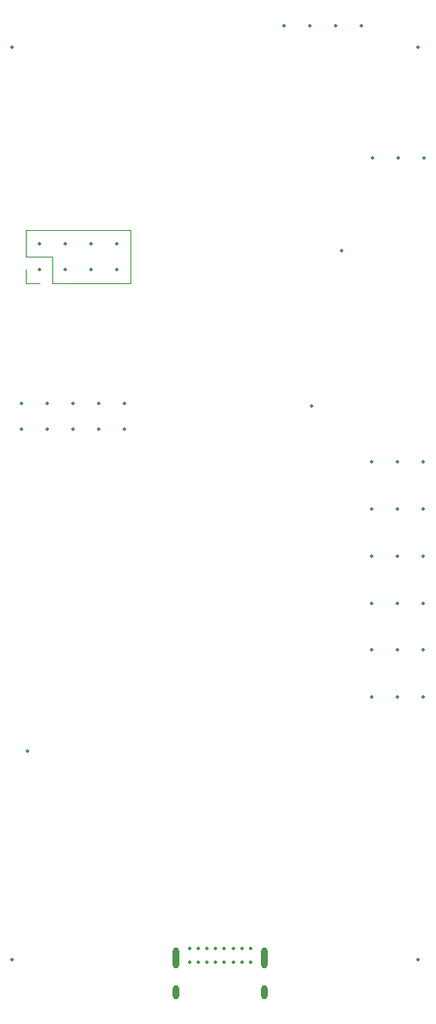
<source format=gbr>
%TF.GenerationSoftware,KiCad,Pcbnew,8.0.8-2.fc41*%
%TF.CreationDate,2025-02-22T17:19:49+01:00*%
%TF.ProjectId,Computy,436f6d70-7574-4792-9e6b-696361645f70,rev?*%
%TF.SameCoordinates,Original*%
%TF.FileFunction,Legend,Bot*%
%TF.FilePolarity,Positive*%
%FSLAX46Y46*%
G04 Gerber Fmt 4.6, Leading zero omitted, Abs format (unit mm)*
G04 Created by KiCad (PCBNEW 8.0.8-2.fc41) date 2025-02-22 17:19:49*
%MOMM*%
%LPD*%
G01*
G04 APERTURE LIST*
%ADD10C,0.120000*%
%ADD11C,0.350000*%
%ADD12O,0.600000X2.100000*%
%ADD13O,0.600000X1.400000*%
G04 APERTURE END LIST*
D10*
%TO.C,J5*%
X91370000Y-65770000D02*
X91370000Y-63170000D01*
X91370000Y-68370000D02*
X91370000Y-67040000D01*
X92700000Y-68370000D02*
X91370000Y-68370000D01*
X93970000Y-65770000D02*
X91370000Y-65770000D01*
X93970000Y-68370000D02*
X93970000Y-65770000D01*
X101650000Y-63170000D02*
X91370000Y-63170000D01*
X101650000Y-68370000D02*
X93970000Y-68370000D01*
X101650000Y-68370000D02*
X101650000Y-63170000D01*
%TD*%
D11*
X107537500Y-134000000D03*
X108387500Y-134000000D03*
X109237500Y-134000000D03*
X110087500Y-134000000D03*
X110937500Y-134000000D03*
X111787500Y-134000000D03*
X112637500Y-134000000D03*
X113487500Y-134000000D03*
X113487500Y-135350000D03*
X112637500Y-135350000D03*
X111787500Y-135350000D03*
X110937500Y-135350000D03*
X110087500Y-135350000D03*
X109237500Y-135350000D03*
X108387500Y-135350000D03*
X107537500Y-135350000D03*
D12*
X106187500Y-134980000D03*
D13*
X106187500Y-138360000D03*
D12*
X114837500Y-134980000D03*
D13*
X114837500Y-138360000D03*
D11*
X125420000Y-95287500D03*
X127960000Y-95287500D03*
X130500000Y-95287500D03*
X91500000Y-114500000D03*
X119500000Y-80500000D03*
X130000000Y-135137500D03*
X90000000Y-45137500D03*
X125420000Y-85987500D03*
X127960000Y-85987500D03*
X130500000Y-85987500D03*
X125420000Y-109237500D03*
X127960000Y-109237500D03*
X130500000Y-109237500D03*
X130000000Y-45137500D03*
X125420000Y-99937500D03*
X127960000Y-99937500D03*
X130500000Y-99937500D03*
X124437500Y-43025000D03*
X121897500Y-43025000D03*
X119357500Y-43025000D03*
X116817500Y-43025000D03*
X125420000Y-104587500D03*
X127960000Y-104587500D03*
X130500000Y-104587500D03*
X122500000Y-65200000D03*
X130662500Y-56025000D03*
X128122500Y-56025000D03*
X125582500Y-56025000D03*
X125420000Y-90637500D03*
X127960000Y-90637500D03*
X130500000Y-90637500D03*
X90000000Y-135137500D03*
X90915000Y-82765000D03*
X90915000Y-80225000D03*
X93455000Y-82765000D03*
X93455000Y-80225000D03*
X95995000Y-82765000D03*
X95995000Y-80225000D03*
X98535000Y-82765000D03*
X98535000Y-80225000D03*
X101075000Y-82765000D03*
X101075000Y-80225000D03*
X92700000Y-67040000D03*
X92700000Y-64500000D03*
X95240000Y-67040000D03*
X95240000Y-64500000D03*
X97780000Y-67040000D03*
X97780000Y-64500000D03*
X100320000Y-67040000D03*
X100320000Y-64500000D03*
M02*

</source>
